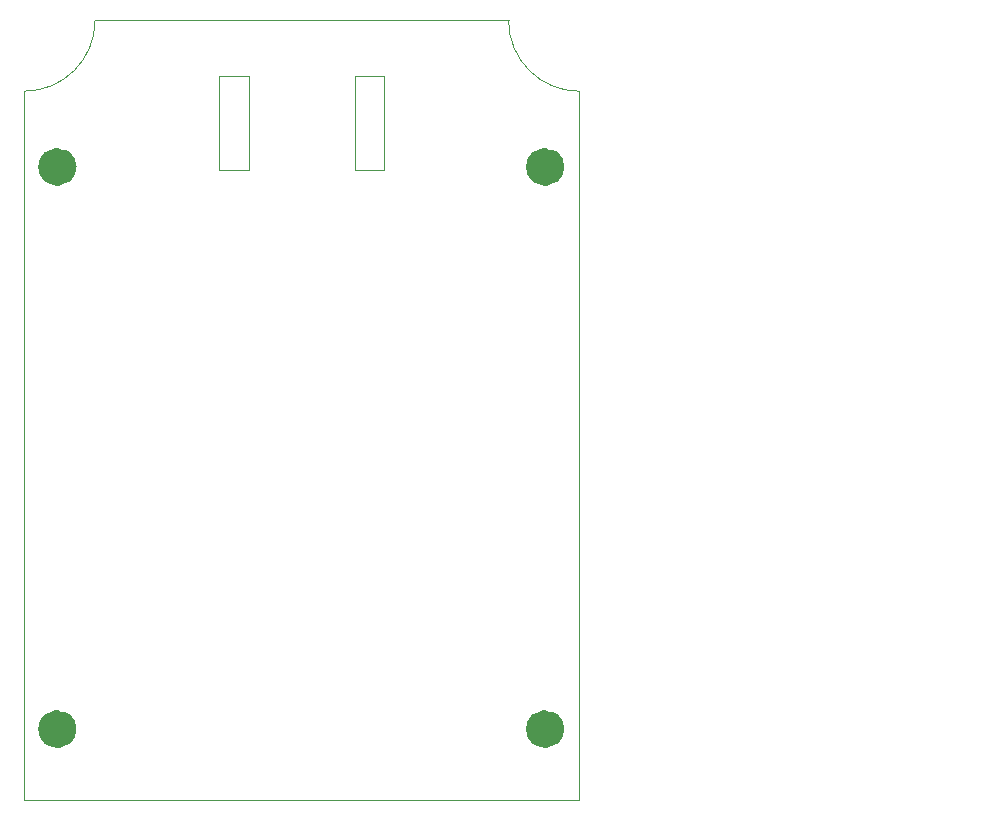
<source format=gm1>
%TF.GenerationSoftware,KiCad,Pcbnew,7.0.8*%
%TF.CreationDate,2024-01-23T00:11:49-05:00*%
%TF.ProjectId,RemoteOutlet,52656d6f-7465-44f7-9574-6c65742e6b69,rev?*%
%TF.SameCoordinates,Original*%
%TF.FileFunction,Profile,NP*%
%FSLAX46Y46*%
G04 Gerber Fmt 4.6, Leading zero omitted, Abs format (unit mm)*
G04 Created by KiCad (PCBNEW 7.0.8) date 2024-01-23 00:11:49*
%MOMM*%
%LPD*%
G01*
G04 APERTURE LIST*
%TA.AperFunction,Profile*%
%ADD10C,0.100000*%
%TD*%
%TA.AperFunction,Profile*%
%ADD11C,1.650000*%
%TD*%
G04 APERTURE END LIST*
D10*
X133000001Y-81250000D02*
G75*
G03*
X133000001Y-81250000I-1J0D01*
G01*
D11*
X56625000Y-133000000D02*
G75*
G03*
X56625000Y-133000000I-825000J0D01*
G01*
X97925000Y-133000000D02*
G75*
G03*
X97925000Y-133000000I-825000J0D01*
G01*
X56625000Y-85400000D02*
G75*
G03*
X56625000Y-85400000I-825000J0D01*
G01*
X97925000Y-85400000D02*
G75*
G03*
X97925000Y-85400000I-825000J0D01*
G01*
D10*
X53000000Y-139000000D02*
X100000000Y-139000000D01*
X53000000Y-79000000D02*
X53000000Y-139000000D01*
X100000000Y-79000000D02*
X100000000Y-139000000D01*
X69500000Y-77700000D02*
X72000000Y-77700000D01*
X72000000Y-85700000D01*
X69500000Y-85700000D01*
X69500000Y-77700000D01*
X81000000Y-77700000D02*
X83500000Y-77700000D01*
X83500000Y-85700000D01*
X81000000Y-85700000D01*
X81000000Y-77700000D01*
X94000000Y-73000000D02*
X59000000Y-73000000D01*
X53000000Y-79000000D02*
G75*
G03*
X59000000Y-73000000I0J6000000D01*
G01*
X94000000Y-73000000D02*
G75*
G03*
X100000000Y-79000000I6000000J0D01*
G01*
M02*

</source>
